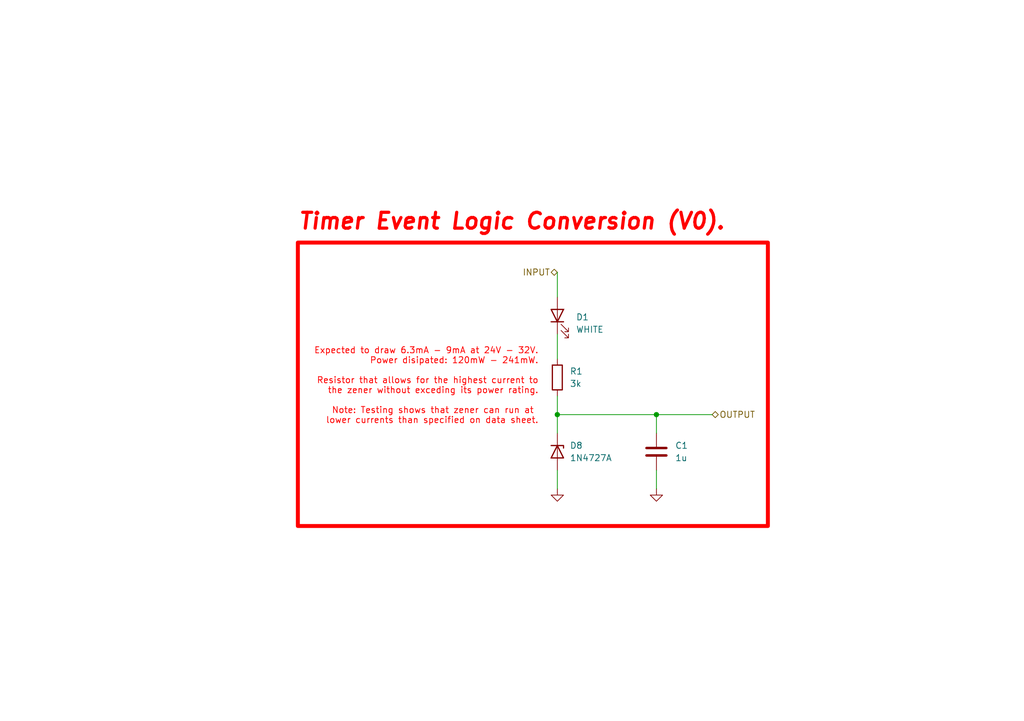
<source format=kicad_sch>
(kicad_sch (version 20250114) (generator "eeschema") (generator_version "9.0")
  (paper "A5")
  (lib_symbols
    (symbol "Device:C" (pin_numbers (hide yes)) (pin_names (offset 0.254))
      (property "Reference" "C" (at 0.635 2.54 0))
      (property "Value" "C" (at 0.635 -2.54 0))
      (symbol "C_0_1"
        (polyline (pts (xy -2.032 0.762) (xy 2.032 0.762)) (stroke (width 0.508)))
        (polyline (pts (xy -2.032 -0.762) (xy 2.032 -0.762)) (stroke (width 0.508)))
      )
      (symbol "C_1_1"
        (pin passive line (at 0 3.81 270) (length 2.794) (name "~") (number "1"))
        (pin passive line (at 0 -3.81 90) (length 2.794) (name "~") (number "2"))
      )
    )
    (symbol "Device:D_Zener" (pin_numbers (hide yes)) (pin_names (offset 1.016) (hide yes))
      (property "Reference" "D" (at 0 2.54 0))
      (property "Value" "D_Zener" (at 0 -2.54 0))
      (symbol "D_Zener_0_1"
        (polyline (pts (xy -1.27 -1.27) (xy -1.27 1.27) (xy -0.762 1.27)) (stroke (width 0.254)))
        (polyline (pts (xy 1.27 0) (xy -1.27 0)))
        (polyline (pts (xy 1.27 -1.27) (xy 1.27 1.27) (xy -1.27 0) (xy 1.27 -1.27)) (stroke (width 0.254)))
      )
      (symbol "D_Zener_1_1"
        (pin passive line (at -3.81 0 0) (length 2.54) (name "K") (number "1"))
        (pin passive line (at 3.81 0 180) (length 2.54) (name "A") (number "2"))
      )
    )
    (symbol "Device:LED" (pin_numbers (hide yes)) (pin_names (offset 1.016) (hide yes))
      (property "Reference" "D" (at 0 2.54 0))
      (property "Value" "LED" (at 0 -2.54 0))
      (symbol "LED_0_1"
        (polyline (pts (xy -3.048 -0.762) (xy -4.572 -2.286) (xy -3.81 -2.286) (xy -4.572 -2.286) (xy -4.572 -1.524)))
        (polyline (pts (xy -1.778 -0.762) (xy -3.302 -2.286) (xy -2.54 -2.286) (xy -3.302 -2.286) (xy -3.302 -1.524)))
        (polyline (pts (xy -1.27 0) (xy 1.27 0)))
        (polyline (pts (xy -1.27 -1.27) (xy -1.27 1.27)) (stroke (width 0.254)))
        (polyline (pts (xy 1.27 -1.27) (xy 1.27 1.27) (xy -1.27 0) (xy 1.27 -1.27)) (stroke (width 0.254)))
      )
      (symbol "LED_1_1"
        (pin passive line (at -3.81 0 0) (length 2.54) (name "K") (number "1"))
        (pin passive line (at 3.81 0 180) (length 2.54) (name "A") (number "2"))
      )
    )
    (symbol "Device:R" (pin_numbers (hide yes)) (pin_names (offset 0))
      (property "Reference" "R" (at 2.032 0 90))
      (property "Value" "R" (at 0 0 90))
      (symbol "R_0_1"
        (rectangle (start -1.016 -2.54) (end 1.016 2.54) (stroke (width 0.254)))
      )
      (symbol "R_1_1"
        (pin passive line (at 0 3.81 270) (length 1.27) (name "~") (number "1"))
        (pin passive line (at 0 -3.81 90) (length 1.27) (name "~") (number "2"))
      )
    )
    (symbol "power:GND" (power) (pin_numbers (hide yes)) (pin_names (offset 0) (hide yes))
      (property "Value" "GND" (at 0 -3.81 0))
      (symbol "GND_0_1"
        (polyline (pts (xy 0 0) (xy 0 -1.27) (xy 1.27 -1.27) (xy 0 -2.54) (xy -1.27 -1.27) (xy 0 -1.27)))
      )
      (symbol "GND_1_1"
        (pin power_in line (at 0 0 270) (length 0) (name "~") (number "1"))
      )
    )
  )
  (rectangle (start 61.087 49.784) (end 157.48 107.95) (stroke (width 0.8128) (color 255 0 0 1)))
  (text "Timer Event Logic Conversion (V0)." (at 60.96 47.498 0) (effects (font (size 3.2512 3.2512) (thickness 0.6502) (bold yes) (italic yes)) (justify left bottom)))
  (text "Expected to draw 6.3mA - 9mA at 24V - 32V.\nPower disipated: 120mW - 241mW.\n\nResistor that allows for the highest current to\nthe zener without exceding its power rating.\n\nNote: Testing shows that zener can run at \nlower currents than specified on data sheet." (at 110.49 79.248 0) (effects (font (size 1.27 1.27) (thickness 0.1588)) (justify right)))
  (junction (at 134.62 85.09))
  (junction (at 114.3 85.09))
  (wire (pts (xy 114.3 85.09) (xy 134.62 85.09)))
  (wire (pts (xy 114.3 68.58) (xy 114.3 73.66)))
  (wire (pts (xy 134.62 85.09) (xy 134.62 88.9)))
  (wire (pts (xy 134.62 96.52) (xy 134.62 100.33)))
  (wire (pts (xy 114.3 60.96) (xy 114.3 55.88)))
  (wire (pts (xy 114.3 81.28) (xy 114.3 85.09)))
  (wire (pts (xy 114.3 96.52) (xy 114.3 100.33)))
  (wire (pts (xy 134.62 85.09) (xy 146.05 85.09)))
  (wire (pts (xy 114.3 85.09) (xy 114.3 88.9)))
  (hierarchical_label "OUTPUT" (shape bidirectional) (at 146.05 85.09 0))
  (hierarchical_label "INPUT" (shape bidirectional) (at 114.3 55.88 180))
  (symbol (lib_id "Device:C") (at 134.62 92.71 0) (unit 1)
    (property "Reference" "C1" (at 138.43 91.4399 0) (effects (justify left)))
    (property "Value" "1u" (at 138.43 93.9799 0) (effects (justify left)))
    (property "Footprint" "Capacitor_SMD:C_1206_3216Metric_Pad1.33x1.80mm_HandSolder" (effects (hide yes)))
    (property "Description" "Unpolarized capacitor" (effects (hide yes)))
  )
  (symbol (lib_id "power:GND") (at 114.3 100.33 0) (unit 1)
    (property "Reference" "#PWR014" (effects (hide yes)))
    (property "Value" "GND" (effects (hide yes)))
    (property "Description" "Power symbol creates a global label with name \"GND\" , ground" (effects (hide yes)))
  )
  (symbol (lib_id "Device:LED") (at 114.3 64.77 90) (unit 1)
    (property "Reference" "D1" (at 118.11 65.0874 90) (effects (justify right)))
    (property "Value" "WHITE" (at 118.11 67.6274 90) (effects (justify right)))
    (property "Footprint" "LED_SMD:LED_1206_3216Metric_Pad1.42x1.75mm_HandSolder" (effects (hide yes)))
    (property "Description" "Light emitting diode" (effects (hide yes)))
    (property "Sim.Pins" "1=K 2=A" (effects (hide yes)))
  )
  (symbol (lib_id "Device:R") (at 114.3 77.47 0) (unit 1)
    (property "Reference" "R1" (at 116.84 76.1999 0) (effects (justify left)))
    (property "Value" "3k" (at 116.84 78.7399 0) (effects (justify left)))
    (property "Footprint" "Resistor_SMD:R_1206_3216Metric_Pad1.30x1.75mm_HandSolder" (effects (hide yes)))
    (property "Description" "Resistor" (effects (hide yes)))
  )
  (symbol (lib_id "power:GND") (at 134.62 100.33 0) (unit 1)
    (property "Reference" "#PWR015" (effects (hide yes)))
    (property "Value" "GND" (effects (hide yes)))
    (property "Description" "Power symbol creates a global label with name \"GND\" , ground" (effects (hide yes)))
  )
  (symbol (lib_id "Device:D_Zener") (at 114.3 92.71 270) (unit 1)
    (property "Reference" "D8" (at 116.84 91.4399 90) (effects (justify left)))
    (property "Value" "1N4727A" (at 116.84 93.9799 90) (effects (justify left)))
    (property "Footprint" "Diode_THT:D_A-405_P7.62mm_Horizontal" (effects (hide yes)))
    (property "Description" "Zener diode" (effects (hide yes)))
  )
)
</source>
